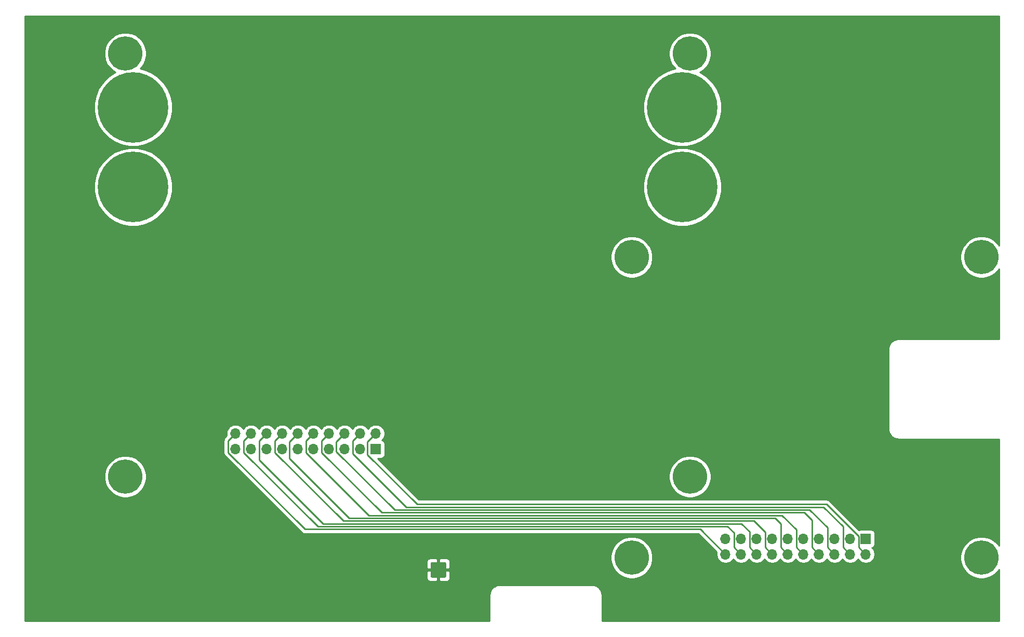
<source format=gbr>
%TF.GenerationSoftware,KiCad,Pcbnew,(5.1.9)-1*%
%TF.CreationDate,2021-09-18T16:00:30+02:00*%
%TF.ProjectId,DDS_mount,4444535f-6d6f-4756-9e74-2e6b69636164,1.1*%
%TF.SameCoordinates,Original*%
%TF.FileFunction,Copper,L2,Bot*%
%TF.FilePolarity,Positive*%
%FSLAX46Y46*%
G04 Gerber Fmt 4.6, Leading zero omitted, Abs format (unit mm)*
G04 Created by KiCad (PCBNEW (5.1.9)-1) date 2021-09-18 16:00:30*
%MOMM*%
%LPD*%
G01*
G04 APERTURE LIST*
%TA.AperFunction,ComponentPad*%
%ADD10C,11.500000*%
%TD*%
%TA.AperFunction,ComponentPad*%
%ADD11C,5.600000*%
%TD*%
%TA.AperFunction,ComponentPad*%
%ADD12O,1.700000X1.700000*%
%TD*%
%TA.AperFunction,ComponentPad*%
%ADD13R,1.700000X1.700000*%
%TD*%
%TA.AperFunction,Conductor*%
%ADD14C,0.250000*%
%TD*%
%TA.AperFunction,Conductor*%
%ADD15C,0.254000*%
%TD*%
%TA.AperFunction,Conductor*%
%ADD16C,0.100000*%
%TD*%
G04 APERTURE END LIST*
D10*
%TO.P,J2,~*%
%TO.N,N/C*%
X157750000Y-78550000D03*
X157750000Y-65550000D03*
X68250000Y-78550000D03*
X68250000Y-65550000D03*
D11*
X159000000Y-125800000D03*
X159000000Y-56800000D03*
X67000000Y-56800000D03*
X67000000Y-125800000D03*
D12*
%TO.P,J2,20*%
%TO.N,Net-(J1-Pad20)*%
X84940000Y-118760000D03*
%TO.P,J2,19*%
%TO.N,Net-(J1-Pad19)*%
X84940000Y-121300000D03*
%TO.P,J2,18*%
%TO.N,Net-(J1-Pad18)*%
X87480000Y-118760000D03*
%TO.P,J2,17*%
%TO.N,Net-(J1-Pad17)*%
X87480000Y-121300000D03*
%TO.P,J2,16*%
%TO.N,Net-(J1-Pad16)*%
X90020000Y-118760000D03*
%TO.P,J2,15*%
%TO.N,Net-(J1-Pad15)*%
X90020000Y-121300000D03*
%TO.P,J2,14*%
%TO.N,Net-(J1-Pad14)*%
X92560000Y-118760000D03*
%TO.P,J2,13*%
%TO.N,Net-(J1-Pad13)*%
X92560000Y-121300000D03*
%TO.P,J2,12*%
%TO.N,Net-(J1-Pad12)*%
X95100000Y-118760000D03*
%TO.P,J2,11*%
%TO.N,Net-(J1-Pad11)*%
X95100000Y-121300000D03*
%TO.P,J2,10*%
%TO.N,Net-(J1-Pad10)*%
X97640000Y-118760000D03*
%TO.P,J2,9*%
%TO.N,Net-(J1-Pad9)*%
X97640000Y-121300000D03*
%TO.P,J2,8*%
%TO.N,Net-(J1-Pad8)*%
X100180000Y-118760000D03*
%TO.P,J2,7*%
%TO.N,Net-(J1-Pad7)*%
X100180000Y-121300000D03*
%TO.P,J2,6*%
%TO.N,Net-(J1-Pad6)*%
X102720000Y-118760000D03*
%TO.P,J2,5*%
%TO.N,Net-(J1-Pad5)*%
X102720000Y-121300000D03*
%TO.P,J2,4*%
%TO.N,Net-(J1-Pad4)*%
X105260000Y-118760000D03*
%TO.P,J2,3*%
%TO.N,Net-(J1-Pad3)*%
X105260000Y-121300000D03*
%TO.P,J2,2*%
%TO.N,Net-(J1-Pad2)*%
X107800000Y-118760000D03*
D13*
%TO.P,J2,1*%
%TO.N,Net-(J1-Pad1)*%
X107800000Y-121300000D03*
%TD*%
D11*
%TO.P,J1,~*%
%TO.N,N/C*%
X206500000Y-90000000D03*
X149500000Y-90000000D03*
X206500000Y-139000000D03*
X149500000Y-139000000D03*
D12*
%TO.P,J1,20*%
%TO.N,Net-(J1-Pad20)*%
X164790000Y-138440000D03*
%TO.P,J1,19*%
%TO.N,Net-(J1-Pad19)*%
X164790000Y-135900000D03*
%TO.P,J1,18*%
%TO.N,Net-(J1-Pad18)*%
X167330000Y-138440000D03*
%TO.P,J1,17*%
%TO.N,Net-(J1-Pad17)*%
X167330000Y-135900000D03*
%TO.P,J1,16*%
%TO.N,Net-(J1-Pad16)*%
X169870000Y-138440000D03*
%TO.P,J1,15*%
%TO.N,Net-(J1-Pad15)*%
X169870000Y-135900000D03*
%TO.P,J1,14*%
%TO.N,Net-(J1-Pad14)*%
X172410000Y-138440000D03*
%TO.P,J1,13*%
%TO.N,Net-(J1-Pad13)*%
X172410000Y-135900000D03*
%TO.P,J1,12*%
%TO.N,Net-(J1-Pad12)*%
X174950000Y-138440000D03*
%TO.P,J1,11*%
%TO.N,Net-(J1-Pad11)*%
X174950000Y-135900000D03*
%TO.P,J1,10*%
%TO.N,Net-(J1-Pad10)*%
X177490000Y-138440000D03*
%TO.P,J1,9*%
%TO.N,Net-(J1-Pad9)*%
X177490000Y-135900000D03*
%TO.P,J1,8*%
%TO.N,Net-(J1-Pad8)*%
X180030000Y-138440000D03*
%TO.P,J1,7*%
%TO.N,Net-(J1-Pad7)*%
X180030000Y-135900000D03*
%TO.P,J1,6*%
%TO.N,Net-(J1-Pad6)*%
X182570000Y-138440000D03*
%TO.P,J1,5*%
%TO.N,Net-(J1-Pad5)*%
X182570000Y-135900000D03*
%TO.P,J1,4*%
%TO.N,Net-(J1-Pad4)*%
X185110000Y-138440000D03*
%TO.P,J1,3*%
%TO.N,Net-(J1-Pad3)*%
X185110000Y-135900000D03*
%TO.P,J1,2*%
%TO.N,Net-(J1-Pad2)*%
X187650000Y-138440000D03*
D13*
%TO.P,J1,1*%
%TO.N,Net-(J1-Pad1)*%
X187650000Y-135900000D03*
%TD*%
%TO.P,J3,1*%
%TO.N,GND*%
%TA.AperFunction,ComponentPad*%
G36*
G01*
X116725000Y-142025001D02*
X116725000Y-139974999D01*
G75*
G02*
X116974999Y-139725000I249999J0D01*
G01*
X119025001Y-139725000D01*
G75*
G02*
X119275000Y-139974999I0J-249999D01*
G01*
X119275000Y-142025001D01*
G75*
G02*
X119025001Y-142275000I-249999J0D01*
G01*
X116974999Y-142275000D01*
G75*
G02*
X116725000Y-142025001I0J249999D01*
G01*
G37*
%TD.AperFunction*%
%TD*%
D14*
%TO.N,Net-(J1-Pad2)*%
X106435001Y-122220003D02*
X114514998Y-130300000D01*
X106435001Y-120124999D02*
X106435001Y-122220003D01*
X107800000Y-118760000D02*
X106435001Y-120124999D01*
X186474999Y-137264999D02*
X187650000Y-138440000D01*
X186474999Y-135525997D02*
X186474999Y-137264999D01*
X181249002Y-130300000D02*
X186474999Y-135525997D01*
X114514998Y-130300000D02*
X181249002Y-130300000D01*
%TO.N,Net-(J1-Pad4)*%
X104084999Y-119935001D02*
X105260000Y-118760000D01*
X104084999Y-122053999D02*
X104084999Y-119935001D01*
X112781010Y-130750010D02*
X104084999Y-122053999D01*
X180750010Y-130750010D02*
X112781010Y-130750010D01*
X183934999Y-133934999D02*
X180750010Y-130750010D01*
X183934999Y-137264999D02*
X183934999Y-133934999D01*
X185110000Y-138440000D02*
X183934999Y-137264999D01*
%TO.N,Net-(J1-Pad6)*%
X101355001Y-121674003D02*
X110881018Y-131200020D01*
X101355001Y-120124999D02*
X101355001Y-121674003D01*
X102720000Y-118760000D02*
X101355001Y-120124999D01*
X110881018Y-131200020D02*
X178500020Y-131200020D01*
X181394999Y-137264999D02*
X182570000Y-138440000D01*
X181394999Y-134094999D02*
X181394999Y-137264999D01*
X178500020Y-131200020D02*
X181394999Y-134094999D01*
%TO.N,Net-(J1-Pad8)*%
X178854999Y-132854999D02*
X177650030Y-131650030D01*
X178854999Y-137264999D02*
X178854999Y-132854999D01*
X180030000Y-138440000D02*
X178854999Y-137264999D01*
X99004999Y-119935001D02*
X100180000Y-118760000D01*
X99004999Y-121864001D02*
X99004999Y-119935001D01*
X108791028Y-131650030D02*
X99004999Y-121864001D01*
X177650030Y-131650030D02*
X108791028Y-131650030D01*
%TO.N,Net-(J1-Pad10)*%
X96464999Y-121864001D02*
X106701038Y-132100040D01*
X96464999Y-119935001D02*
X96464999Y-121864001D01*
X97640000Y-118760000D02*
X96464999Y-119935001D01*
X106701038Y-132100040D02*
X174000040Y-132100040D01*
X176314999Y-137264999D02*
X177490000Y-138440000D01*
X176314999Y-134414999D02*
X176314999Y-137264999D01*
X174000040Y-132100040D02*
X176314999Y-134414999D01*
%TO.N,Net-(J1-Pad12)*%
X173774999Y-133474999D02*
X172850050Y-132550050D01*
X173774999Y-137264999D02*
X173774999Y-133474999D01*
X174950000Y-138440000D02*
X173774999Y-137264999D01*
X172850050Y-132550050D02*
X103450050Y-132550050D01*
X93735001Y-120124999D02*
X95100000Y-118760000D01*
X93735001Y-122835001D02*
X93735001Y-120124999D01*
X103450050Y-132550050D02*
X93735001Y-122835001D01*
%TO.N,Net-(J1-Pad14)*%
X91384999Y-119935001D02*
X91384999Y-121864001D01*
X91384999Y-121864001D02*
X102521058Y-133000060D01*
X92560000Y-118760000D02*
X91384999Y-119935001D01*
X102521058Y-133000060D02*
X169400060Y-133000060D01*
X171234999Y-137264999D02*
X172410000Y-138440000D01*
X171234999Y-134834999D02*
X171234999Y-137264999D01*
X169400060Y-133000060D02*
X171234999Y-134834999D01*
%TO.N,Net-(J1-Pad16)*%
X168694999Y-134794999D02*
X167350070Y-133450070D01*
X168694999Y-137264999D02*
X168694999Y-134794999D01*
X169870000Y-138440000D02*
X168694999Y-137264999D01*
X167350070Y-133450070D02*
X99250070Y-133450070D01*
X88844999Y-119935001D02*
X90020000Y-118760000D01*
X88844999Y-123044999D02*
X88844999Y-119935001D01*
X99250070Y-133450070D02*
X88844999Y-123044999D01*
%TO.N,Net-(J1-Pad18)*%
X86304999Y-121864001D02*
X98341078Y-133900080D01*
X86304999Y-119935001D02*
X86304999Y-121864001D01*
X87480000Y-118760000D02*
X86304999Y-119935001D01*
X98341078Y-133900080D02*
X165100080Y-133900080D01*
X166154999Y-137264999D02*
X167330000Y-138440000D01*
X166154999Y-134954999D02*
X166154999Y-137264999D01*
X165100080Y-133900080D02*
X166154999Y-134954999D01*
%TO.N,Net-(J1-Pad20)*%
X83764999Y-121864001D02*
X96251088Y-134350090D01*
X83764999Y-119935001D02*
X83764999Y-121864001D01*
X84940000Y-118760000D02*
X83764999Y-119935001D01*
X160700090Y-134350090D02*
X164790000Y-138440000D01*
X96251088Y-134350090D02*
X160700090Y-134350090D01*
%TD*%
D15*
%TO.N,GND*%
X209340001Y-88067526D02*
X209168138Y-87810315D01*
X208689685Y-87331862D01*
X208127082Y-86955943D01*
X207501952Y-86697006D01*
X206838318Y-86565000D01*
X206161682Y-86565000D01*
X205498048Y-86697006D01*
X204872918Y-86955943D01*
X204310315Y-87331862D01*
X203831862Y-87810315D01*
X203455943Y-88372918D01*
X203197006Y-88998048D01*
X203065000Y-89661682D01*
X203065000Y-90338318D01*
X203197006Y-91001952D01*
X203455943Y-91627082D01*
X203831862Y-92189685D01*
X204310315Y-92668138D01*
X204872918Y-93044057D01*
X205498048Y-93302994D01*
X206161682Y-93435000D01*
X206838318Y-93435000D01*
X207501952Y-93302994D01*
X208127082Y-93044057D01*
X208689685Y-92668138D01*
X209168138Y-92189685D01*
X209340001Y-91932474D01*
X209340001Y-103340000D01*
X192967581Y-103340000D01*
X192939326Y-103342783D01*
X192933199Y-103342740D01*
X192924028Y-103343640D01*
X192729931Y-103364041D01*
X192671348Y-103376066D01*
X192612577Y-103387277D01*
X192603755Y-103389941D01*
X192417317Y-103447653D01*
X192362162Y-103470838D01*
X192306709Y-103493242D01*
X192298573Y-103497568D01*
X192126896Y-103590393D01*
X192077278Y-103623861D01*
X192027247Y-103656600D01*
X192020106Y-103662424D01*
X191869728Y-103786828D01*
X191827589Y-103829263D01*
X191784839Y-103871126D01*
X191778966Y-103878227D01*
X191655616Y-104029469D01*
X191622534Y-104079262D01*
X191588716Y-104128651D01*
X191584333Y-104136757D01*
X191492708Y-104309079D01*
X191469909Y-104364394D01*
X191446348Y-104419366D01*
X191443623Y-104428169D01*
X191387214Y-104615005D01*
X191375594Y-104673693D01*
X191363158Y-104732196D01*
X191362195Y-104741361D01*
X191343150Y-104935595D01*
X191340000Y-104967582D01*
X191340001Y-118032419D01*
X191342783Y-118060664D01*
X191342740Y-118066801D01*
X191343640Y-118075972D01*
X191364041Y-118270069D01*
X191376068Y-118328658D01*
X191387277Y-118387423D01*
X191389941Y-118396245D01*
X191447653Y-118582683D01*
X191470838Y-118637838D01*
X191493242Y-118693291D01*
X191497568Y-118701427D01*
X191590393Y-118873104D01*
X191623846Y-118922699D01*
X191656600Y-118972753D01*
X191662424Y-118979894D01*
X191786828Y-119130272D01*
X191829263Y-119172411D01*
X191871126Y-119215161D01*
X191878227Y-119221034D01*
X192029469Y-119344384D01*
X192079277Y-119377477D01*
X192128651Y-119411284D01*
X192136757Y-119415667D01*
X192309080Y-119507292D01*
X192364392Y-119530090D01*
X192419366Y-119553652D01*
X192428169Y-119556377D01*
X192615006Y-119612786D01*
X192673686Y-119624405D01*
X192732196Y-119636842D01*
X192741361Y-119637805D01*
X192935594Y-119656850D01*
X192935598Y-119656850D01*
X192967581Y-119660000D01*
X209340000Y-119660000D01*
X209340001Y-137067526D01*
X209168138Y-136810315D01*
X208689685Y-136331862D01*
X208127082Y-135955943D01*
X207501952Y-135697006D01*
X206838318Y-135565000D01*
X206161682Y-135565000D01*
X205498048Y-135697006D01*
X204872918Y-135955943D01*
X204310315Y-136331862D01*
X203831862Y-136810315D01*
X203455943Y-137372918D01*
X203197006Y-137998048D01*
X203065000Y-138661682D01*
X203065000Y-139338318D01*
X203197006Y-140001952D01*
X203455943Y-140627082D01*
X203831862Y-141189685D01*
X204310315Y-141668138D01*
X204872918Y-142044057D01*
X205498048Y-142302994D01*
X206161682Y-142435000D01*
X206838318Y-142435000D01*
X207501952Y-142302994D01*
X208127082Y-142044057D01*
X208689685Y-141668138D01*
X209168138Y-141189685D01*
X209340001Y-140932474D01*
X209340001Y-149340000D01*
X144660000Y-149340000D01*
X144660000Y-145067581D01*
X144657217Y-145039326D01*
X144657260Y-145033199D01*
X144656360Y-145024028D01*
X144635959Y-144829931D01*
X144623934Y-144771348D01*
X144612723Y-144712577D01*
X144610059Y-144703755D01*
X144552347Y-144517317D01*
X144529162Y-144462162D01*
X144506758Y-144406709D01*
X144502432Y-144398573D01*
X144409607Y-144226896D01*
X144376139Y-144177278D01*
X144343400Y-144127247D01*
X144337576Y-144120106D01*
X144213172Y-143969728D01*
X144170737Y-143927589D01*
X144128874Y-143884839D01*
X144121773Y-143878966D01*
X143970531Y-143755616D01*
X143920738Y-143722534D01*
X143871349Y-143688716D01*
X143863243Y-143684333D01*
X143690921Y-143592708D01*
X143635606Y-143569909D01*
X143580634Y-143546348D01*
X143571831Y-143543623D01*
X143384995Y-143487214D01*
X143326307Y-143475594D01*
X143267804Y-143463158D01*
X143258639Y-143462195D01*
X143064405Y-143443150D01*
X143064402Y-143443150D01*
X143032419Y-143440000D01*
X127967581Y-143440000D01*
X127939326Y-143442783D01*
X127933199Y-143442740D01*
X127924028Y-143443640D01*
X127729931Y-143464041D01*
X127671348Y-143476066D01*
X127612577Y-143487277D01*
X127603755Y-143489941D01*
X127417317Y-143547653D01*
X127362162Y-143570838D01*
X127306709Y-143593242D01*
X127298573Y-143597568D01*
X127126896Y-143690393D01*
X127077278Y-143723861D01*
X127027247Y-143756600D01*
X127020106Y-143762424D01*
X126869728Y-143886828D01*
X126827589Y-143929263D01*
X126784839Y-143971126D01*
X126778966Y-143978227D01*
X126655616Y-144129469D01*
X126622534Y-144179262D01*
X126588716Y-144228651D01*
X126584333Y-144236757D01*
X126492708Y-144409079D01*
X126469909Y-144464394D01*
X126446348Y-144519366D01*
X126443623Y-144528169D01*
X126387214Y-144715005D01*
X126375594Y-144773693D01*
X126363158Y-144832196D01*
X126362195Y-144841361D01*
X126343150Y-145035595D01*
X126340000Y-145067582D01*
X126340001Y-149340000D01*
X50660000Y-149340000D01*
X50660000Y-142275000D01*
X116086928Y-142275000D01*
X116099188Y-142399482D01*
X116135498Y-142519180D01*
X116194463Y-142629494D01*
X116273815Y-142726185D01*
X116370506Y-142805537D01*
X116480820Y-142864502D01*
X116600518Y-142900812D01*
X116725000Y-142913072D01*
X117714250Y-142910000D01*
X117873000Y-142751250D01*
X117873000Y-141127000D01*
X118127000Y-141127000D01*
X118127000Y-142751250D01*
X118285750Y-142910000D01*
X119275000Y-142913072D01*
X119399482Y-142900812D01*
X119519180Y-142864502D01*
X119629494Y-142805537D01*
X119726185Y-142726185D01*
X119805537Y-142629494D01*
X119864502Y-142519180D01*
X119900812Y-142399482D01*
X119913072Y-142275000D01*
X119910000Y-141285750D01*
X119751250Y-141127000D01*
X118127000Y-141127000D01*
X117873000Y-141127000D01*
X116248750Y-141127000D01*
X116090000Y-141285750D01*
X116086928Y-142275000D01*
X50660000Y-142275000D01*
X50660000Y-139725000D01*
X116086928Y-139725000D01*
X116090000Y-140714250D01*
X116248750Y-140873000D01*
X117873000Y-140873000D01*
X117873000Y-139248750D01*
X118127000Y-139248750D01*
X118127000Y-140873000D01*
X119751250Y-140873000D01*
X119910000Y-140714250D01*
X119913072Y-139725000D01*
X119900812Y-139600518D01*
X119864502Y-139480820D01*
X119805537Y-139370506D01*
X119726185Y-139273815D01*
X119629494Y-139194463D01*
X119519180Y-139135498D01*
X119399482Y-139099188D01*
X119275000Y-139086928D01*
X118285750Y-139090000D01*
X118127000Y-139248750D01*
X117873000Y-139248750D01*
X117714250Y-139090000D01*
X116725000Y-139086928D01*
X116600518Y-139099188D01*
X116480820Y-139135498D01*
X116370506Y-139194463D01*
X116273815Y-139273815D01*
X116194463Y-139370506D01*
X116135498Y-139480820D01*
X116099188Y-139600518D01*
X116086928Y-139725000D01*
X50660000Y-139725000D01*
X50660000Y-138661682D01*
X146065000Y-138661682D01*
X146065000Y-139338318D01*
X146197006Y-140001952D01*
X146455943Y-140627082D01*
X146831862Y-141189685D01*
X147310315Y-141668138D01*
X147872918Y-142044057D01*
X148498048Y-142302994D01*
X149161682Y-142435000D01*
X149838318Y-142435000D01*
X150501952Y-142302994D01*
X151127082Y-142044057D01*
X151689685Y-141668138D01*
X152168138Y-141189685D01*
X152544057Y-140627082D01*
X152802994Y-140001952D01*
X152935000Y-139338318D01*
X152935000Y-138661682D01*
X152802994Y-137998048D01*
X152544057Y-137372918D01*
X152168138Y-136810315D01*
X151689685Y-136331862D01*
X151127082Y-135955943D01*
X150501952Y-135697006D01*
X149838318Y-135565000D01*
X149161682Y-135565000D01*
X148498048Y-135697006D01*
X147872918Y-135955943D01*
X147310315Y-136331862D01*
X146831862Y-136810315D01*
X146455943Y-137372918D01*
X146197006Y-137998048D01*
X146065000Y-138661682D01*
X50660000Y-138661682D01*
X50660000Y-125461682D01*
X63565000Y-125461682D01*
X63565000Y-126138318D01*
X63697006Y-126801952D01*
X63955943Y-127427082D01*
X64331862Y-127989685D01*
X64810315Y-128468138D01*
X65372918Y-128844057D01*
X65998048Y-129102994D01*
X66661682Y-129235000D01*
X67338318Y-129235000D01*
X68001952Y-129102994D01*
X68627082Y-128844057D01*
X69189685Y-128468138D01*
X69668138Y-127989685D01*
X70044057Y-127427082D01*
X70302994Y-126801952D01*
X70435000Y-126138318D01*
X70435000Y-125461682D01*
X70302994Y-124798048D01*
X70044057Y-124172918D01*
X69668138Y-123610315D01*
X69189685Y-123131862D01*
X68627082Y-122755943D01*
X68001952Y-122497006D01*
X67338318Y-122365000D01*
X66661682Y-122365000D01*
X65998048Y-122497006D01*
X65372918Y-122755943D01*
X64810315Y-123131862D01*
X64331862Y-123610315D01*
X63955943Y-124172918D01*
X63697006Y-124798048D01*
X63565000Y-125461682D01*
X50660000Y-125461682D01*
X50660000Y-119935001D01*
X83001323Y-119935001D01*
X83004999Y-119972324D01*
X83005000Y-121826669D01*
X83001323Y-121864001D01*
X83005000Y-121901333D01*
X83005000Y-121901334D01*
X83007603Y-121927757D01*
X83015997Y-122012986D01*
X83059453Y-122156247D01*
X83130025Y-122288277D01*
X83201200Y-122375003D01*
X83224999Y-122404002D01*
X83253997Y-122427800D01*
X95687293Y-134861098D01*
X95711087Y-134890091D01*
X95740080Y-134913885D01*
X95740084Y-134913889D01*
X95810773Y-134971901D01*
X95826812Y-134985064D01*
X95958841Y-135055636D01*
X96102102Y-135099093D01*
X96213755Y-135110090D01*
X96213764Y-135110090D01*
X96251087Y-135113766D01*
X96288410Y-135110090D01*
X160385289Y-135110090D01*
X163348790Y-138073592D01*
X163305000Y-138293740D01*
X163305000Y-138586260D01*
X163362068Y-138873158D01*
X163474010Y-139143411D01*
X163636525Y-139386632D01*
X163843368Y-139593475D01*
X164086589Y-139755990D01*
X164356842Y-139867932D01*
X164643740Y-139925000D01*
X164936260Y-139925000D01*
X165223158Y-139867932D01*
X165493411Y-139755990D01*
X165736632Y-139593475D01*
X165943475Y-139386632D01*
X166060000Y-139212240D01*
X166176525Y-139386632D01*
X166383368Y-139593475D01*
X166626589Y-139755990D01*
X166896842Y-139867932D01*
X167183740Y-139925000D01*
X167476260Y-139925000D01*
X167763158Y-139867932D01*
X168033411Y-139755990D01*
X168276632Y-139593475D01*
X168483475Y-139386632D01*
X168600000Y-139212240D01*
X168716525Y-139386632D01*
X168923368Y-139593475D01*
X169166589Y-139755990D01*
X169436842Y-139867932D01*
X169723740Y-139925000D01*
X170016260Y-139925000D01*
X170303158Y-139867932D01*
X170573411Y-139755990D01*
X170816632Y-139593475D01*
X171023475Y-139386632D01*
X171140000Y-139212240D01*
X171256525Y-139386632D01*
X171463368Y-139593475D01*
X171706589Y-139755990D01*
X171976842Y-139867932D01*
X172263740Y-139925000D01*
X172556260Y-139925000D01*
X172843158Y-139867932D01*
X173113411Y-139755990D01*
X173356632Y-139593475D01*
X173563475Y-139386632D01*
X173680000Y-139212240D01*
X173796525Y-139386632D01*
X174003368Y-139593475D01*
X174246589Y-139755990D01*
X174516842Y-139867932D01*
X174803740Y-139925000D01*
X175096260Y-139925000D01*
X175383158Y-139867932D01*
X175653411Y-139755990D01*
X175896632Y-139593475D01*
X176103475Y-139386632D01*
X176220000Y-139212240D01*
X176336525Y-139386632D01*
X176543368Y-139593475D01*
X176786589Y-139755990D01*
X177056842Y-139867932D01*
X177343740Y-139925000D01*
X177636260Y-139925000D01*
X177923158Y-139867932D01*
X178193411Y-139755990D01*
X178436632Y-139593475D01*
X178643475Y-139386632D01*
X178760000Y-139212240D01*
X178876525Y-139386632D01*
X179083368Y-139593475D01*
X179326589Y-139755990D01*
X179596842Y-139867932D01*
X179883740Y-139925000D01*
X180176260Y-139925000D01*
X180463158Y-139867932D01*
X180733411Y-139755990D01*
X180976632Y-139593475D01*
X181183475Y-139386632D01*
X181300000Y-139212240D01*
X181416525Y-139386632D01*
X181623368Y-139593475D01*
X181866589Y-139755990D01*
X182136842Y-139867932D01*
X182423740Y-139925000D01*
X182716260Y-139925000D01*
X183003158Y-139867932D01*
X183273411Y-139755990D01*
X183516632Y-139593475D01*
X183723475Y-139386632D01*
X183840000Y-139212240D01*
X183956525Y-139386632D01*
X184163368Y-139593475D01*
X184406589Y-139755990D01*
X184676842Y-139867932D01*
X184963740Y-139925000D01*
X185256260Y-139925000D01*
X185543158Y-139867932D01*
X185813411Y-139755990D01*
X186056632Y-139593475D01*
X186263475Y-139386632D01*
X186380000Y-139212240D01*
X186496525Y-139386632D01*
X186703368Y-139593475D01*
X186946589Y-139755990D01*
X187216842Y-139867932D01*
X187503740Y-139925000D01*
X187796260Y-139925000D01*
X188083158Y-139867932D01*
X188353411Y-139755990D01*
X188596632Y-139593475D01*
X188803475Y-139386632D01*
X188965990Y-139143411D01*
X189077932Y-138873158D01*
X189135000Y-138586260D01*
X189135000Y-138293740D01*
X189077932Y-138006842D01*
X188965990Y-137736589D01*
X188803475Y-137493368D01*
X188671620Y-137361513D01*
X188744180Y-137339502D01*
X188854494Y-137280537D01*
X188951185Y-137201185D01*
X189030537Y-137104494D01*
X189089502Y-136994180D01*
X189125812Y-136874482D01*
X189138072Y-136750000D01*
X189138072Y-135050000D01*
X189125812Y-134925518D01*
X189089502Y-134805820D01*
X189030537Y-134695506D01*
X188951185Y-134598815D01*
X188854494Y-134519463D01*
X188744180Y-134460498D01*
X188624482Y-134424188D01*
X188500000Y-134411928D01*
X186800000Y-134411928D01*
X186675518Y-134424188D01*
X186555820Y-134460498D01*
X186509214Y-134485410D01*
X181812806Y-129789003D01*
X181789003Y-129759999D01*
X181673278Y-129665026D01*
X181541249Y-129594454D01*
X181397988Y-129550997D01*
X181286335Y-129540000D01*
X181286324Y-129540000D01*
X181249002Y-129536324D01*
X181211680Y-129540000D01*
X114829800Y-129540000D01*
X110751482Y-125461682D01*
X155565000Y-125461682D01*
X155565000Y-126138318D01*
X155697006Y-126801952D01*
X155955943Y-127427082D01*
X156331862Y-127989685D01*
X156810315Y-128468138D01*
X157372918Y-128844057D01*
X157998048Y-129102994D01*
X158661682Y-129235000D01*
X159338318Y-129235000D01*
X160001952Y-129102994D01*
X160627082Y-128844057D01*
X161189685Y-128468138D01*
X161668138Y-127989685D01*
X162044057Y-127427082D01*
X162302994Y-126801952D01*
X162435000Y-126138318D01*
X162435000Y-125461682D01*
X162302994Y-124798048D01*
X162044057Y-124172918D01*
X161668138Y-123610315D01*
X161189685Y-123131862D01*
X160627082Y-122755943D01*
X160001952Y-122497006D01*
X159338318Y-122365000D01*
X158661682Y-122365000D01*
X157998048Y-122497006D01*
X157372918Y-122755943D01*
X156810315Y-123131862D01*
X156331862Y-123610315D01*
X155955943Y-124172918D01*
X155697006Y-124798048D01*
X155565000Y-125461682D01*
X110751482Y-125461682D01*
X108077871Y-122788072D01*
X108650000Y-122788072D01*
X108774482Y-122775812D01*
X108894180Y-122739502D01*
X109004494Y-122680537D01*
X109101185Y-122601185D01*
X109180537Y-122504494D01*
X109239502Y-122394180D01*
X109275812Y-122274482D01*
X109288072Y-122150000D01*
X109288072Y-120450000D01*
X109275812Y-120325518D01*
X109239502Y-120205820D01*
X109180537Y-120095506D01*
X109101185Y-119998815D01*
X109004494Y-119919463D01*
X108894180Y-119860498D01*
X108821620Y-119838487D01*
X108953475Y-119706632D01*
X109115990Y-119463411D01*
X109227932Y-119193158D01*
X109285000Y-118906260D01*
X109285000Y-118613740D01*
X109227932Y-118326842D01*
X109115990Y-118056589D01*
X108953475Y-117813368D01*
X108746632Y-117606525D01*
X108503411Y-117444010D01*
X108233158Y-117332068D01*
X107946260Y-117275000D01*
X107653740Y-117275000D01*
X107366842Y-117332068D01*
X107096589Y-117444010D01*
X106853368Y-117606525D01*
X106646525Y-117813368D01*
X106530000Y-117987760D01*
X106413475Y-117813368D01*
X106206632Y-117606525D01*
X105963411Y-117444010D01*
X105693158Y-117332068D01*
X105406260Y-117275000D01*
X105113740Y-117275000D01*
X104826842Y-117332068D01*
X104556589Y-117444010D01*
X104313368Y-117606525D01*
X104106525Y-117813368D01*
X103990000Y-117987760D01*
X103873475Y-117813368D01*
X103666632Y-117606525D01*
X103423411Y-117444010D01*
X103153158Y-117332068D01*
X102866260Y-117275000D01*
X102573740Y-117275000D01*
X102286842Y-117332068D01*
X102016589Y-117444010D01*
X101773368Y-117606525D01*
X101566525Y-117813368D01*
X101450000Y-117987760D01*
X101333475Y-117813368D01*
X101126632Y-117606525D01*
X100883411Y-117444010D01*
X100613158Y-117332068D01*
X100326260Y-117275000D01*
X100033740Y-117275000D01*
X99746842Y-117332068D01*
X99476589Y-117444010D01*
X99233368Y-117606525D01*
X99026525Y-117813368D01*
X98910000Y-117987760D01*
X98793475Y-117813368D01*
X98586632Y-117606525D01*
X98343411Y-117444010D01*
X98073158Y-117332068D01*
X97786260Y-117275000D01*
X97493740Y-117275000D01*
X97206842Y-117332068D01*
X96936589Y-117444010D01*
X96693368Y-117606525D01*
X96486525Y-117813368D01*
X96370000Y-117987760D01*
X96253475Y-117813368D01*
X96046632Y-117606525D01*
X95803411Y-117444010D01*
X95533158Y-117332068D01*
X95246260Y-117275000D01*
X94953740Y-117275000D01*
X94666842Y-117332068D01*
X94396589Y-117444010D01*
X94153368Y-117606525D01*
X93946525Y-117813368D01*
X93830000Y-117987760D01*
X93713475Y-117813368D01*
X93506632Y-117606525D01*
X93263411Y-117444010D01*
X92993158Y-117332068D01*
X92706260Y-117275000D01*
X92413740Y-117275000D01*
X92126842Y-117332068D01*
X91856589Y-117444010D01*
X91613368Y-117606525D01*
X91406525Y-117813368D01*
X91290000Y-117987760D01*
X91173475Y-117813368D01*
X90966632Y-117606525D01*
X90723411Y-117444010D01*
X90453158Y-117332068D01*
X90166260Y-117275000D01*
X89873740Y-117275000D01*
X89586842Y-117332068D01*
X89316589Y-117444010D01*
X89073368Y-117606525D01*
X88866525Y-117813368D01*
X88750000Y-117987760D01*
X88633475Y-117813368D01*
X88426632Y-117606525D01*
X88183411Y-117444010D01*
X87913158Y-117332068D01*
X87626260Y-117275000D01*
X87333740Y-117275000D01*
X87046842Y-117332068D01*
X86776589Y-117444010D01*
X86533368Y-117606525D01*
X86326525Y-117813368D01*
X86210000Y-117987760D01*
X86093475Y-117813368D01*
X85886632Y-117606525D01*
X85643411Y-117444010D01*
X85373158Y-117332068D01*
X85086260Y-117275000D01*
X84793740Y-117275000D01*
X84506842Y-117332068D01*
X84236589Y-117444010D01*
X83993368Y-117606525D01*
X83786525Y-117813368D01*
X83624010Y-118056589D01*
X83512068Y-118326842D01*
X83455000Y-118613740D01*
X83455000Y-118906260D01*
X83498791Y-119126408D01*
X83254002Y-119371197D01*
X83224998Y-119395000D01*
X83169870Y-119462175D01*
X83130025Y-119510725D01*
X83075472Y-119612786D01*
X83059453Y-119642755D01*
X83015996Y-119786016D01*
X83004999Y-119897669D01*
X83004999Y-119897679D01*
X83001323Y-119935001D01*
X50660000Y-119935001D01*
X50660000Y-89661682D01*
X146065000Y-89661682D01*
X146065000Y-90338318D01*
X146197006Y-91001952D01*
X146455943Y-91627082D01*
X146831862Y-92189685D01*
X147310315Y-92668138D01*
X147872918Y-93044057D01*
X148498048Y-93302994D01*
X149161682Y-93435000D01*
X149838318Y-93435000D01*
X150501952Y-93302994D01*
X151127082Y-93044057D01*
X151689685Y-92668138D01*
X152168138Y-92189685D01*
X152544057Y-91627082D01*
X152802994Y-91001952D01*
X152935000Y-90338318D01*
X152935000Y-89661682D01*
X152802994Y-88998048D01*
X152544057Y-88372918D01*
X152168138Y-87810315D01*
X151689685Y-87331862D01*
X151127082Y-86955943D01*
X150501952Y-86697006D01*
X149838318Y-86565000D01*
X149161682Y-86565000D01*
X148498048Y-86697006D01*
X147872918Y-86955943D01*
X147310315Y-87331862D01*
X146831862Y-87810315D01*
X146455943Y-88372918D01*
X146197006Y-88998048D01*
X146065000Y-89661682D01*
X50660000Y-89661682D01*
X50660000Y-77921132D01*
X61865000Y-77921132D01*
X61865000Y-79178868D01*
X62110372Y-80412436D01*
X62591687Y-81574431D01*
X63290447Y-82620200D01*
X64179800Y-83509553D01*
X65225569Y-84208313D01*
X66387564Y-84689628D01*
X67621132Y-84935000D01*
X68878868Y-84935000D01*
X70112436Y-84689628D01*
X71274431Y-84208313D01*
X72320200Y-83509553D01*
X73209553Y-82620200D01*
X73908313Y-81574431D01*
X74389628Y-80412436D01*
X74635000Y-79178868D01*
X74635000Y-77921132D01*
X151365000Y-77921132D01*
X151365000Y-79178868D01*
X151610372Y-80412436D01*
X152091687Y-81574431D01*
X152790447Y-82620200D01*
X153679800Y-83509553D01*
X154725569Y-84208313D01*
X155887564Y-84689628D01*
X157121132Y-84935000D01*
X158378868Y-84935000D01*
X159612436Y-84689628D01*
X160774431Y-84208313D01*
X161820200Y-83509553D01*
X162709553Y-82620200D01*
X163408313Y-81574431D01*
X163889628Y-80412436D01*
X164135000Y-79178868D01*
X164135000Y-77921132D01*
X163889628Y-76687564D01*
X163408313Y-75525569D01*
X162709553Y-74479800D01*
X161820200Y-73590447D01*
X160774431Y-72891687D01*
X159612436Y-72410372D01*
X158378868Y-72165000D01*
X157121132Y-72165000D01*
X155887564Y-72410372D01*
X154725569Y-72891687D01*
X153679800Y-73590447D01*
X152790447Y-74479800D01*
X152091687Y-75525569D01*
X151610372Y-76687564D01*
X151365000Y-77921132D01*
X74635000Y-77921132D01*
X74389628Y-76687564D01*
X73908313Y-75525569D01*
X73209553Y-74479800D01*
X72320200Y-73590447D01*
X71274431Y-72891687D01*
X70112436Y-72410372D01*
X68878868Y-72165000D01*
X67621132Y-72165000D01*
X66387564Y-72410372D01*
X65225569Y-72891687D01*
X64179800Y-73590447D01*
X63290447Y-74479800D01*
X62591687Y-75525569D01*
X62110372Y-76687564D01*
X61865000Y-77921132D01*
X50660000Y-77921132D01*
X50660000Y-64921132D01*
X61865000Y-64921132D01*
X61865000Y-66178868D01*
X62110372Y-67412436D01*
X62591687Y-68574431D01*
X63290447Y-69620200D01*
X64179800Y-70509553D01*
X65225569Y-71208313D01*
X66387564Y-71689628D01*
X67621132Y-71935000D01*
X68878868Y-71935000D01*
X70112436Y-71689628D01*
X71274431Y-71208313D01*
X72320200Y-70509553D01*
X73209553Y-69620200D01*
X73908313Y-68574431D01*
X74389628Y-67412436D01*
X74635000Y-66178868D01*
X74635000Y-64921132D01*
X151365000Y-64921132D01*
X151365000Y-66178868D01*
X151610372Y-67412436D01*
X152091687Y-68574431D01*
X152790447Y-69620200D01*
X153679800Y-70509553D01*
X154725569Y-71208313D01*
X155887564Y-71689628D01*
X157121132Y-71935000D01*
X158378868Y-71935000D01*
X159612436Y-71689628D01*
X160774431Y-71208313D01*
X161820200Y-70509553D01*
X162709553Y-69620200D01*
X163408313Y-68574431D01*
X163889628Y-67412436D01*
X164135000Y-66178868D01*
X164135000Y-64921132D01*
X163889628Y-63687564D01*
X163408313Y-62525569D01*
X162709553Y-61479800D01*
X161820200Y-60590447D01*
X160774431Y-59891687D01*
X160639466Y-59835782D01*
X161189685Y-59468138D01*
X161668138Y-58989685D01*
X162044057Y-58427082D01*
X162302994Y-57801952D01*
X162435000Y-57138318D01*
X162435000Y-56461682D01*
X162302994Y-55798048D01*
X162044057Y-55172918D01*
X161668138Y-54610315D01*
X161189685Y-54131862D01*
X160627082Y-53755943D01*
X160001952Y-53497006D01*
X159338318Y-53365000D01*
X158661682Y-53365000D01*
X157998048Y-53497006D01*
X157372918Y-53755943D01*
X156810315Y-54131862D01*
X156331862Y-54610315D01*
X155955943Y-55172918D01*
X155697006Y-55798048D01*
X155565000Y-56461682D01*
X155565000Y-57138318D01*
X155697006Y-57801952D01*
X155955943Y-58427082D01*
X156331862Y-58989685D01*
X156609039Y-59266862D01*
X155887564Y-59410372D01*
X154725569Y-59891687D01*
X153679800Y-60590447D01*
X152790447Y-61479800D01*
X152091687Y-62525569D01*
X151610372Y-63687564D01*
X151365000Y-64921132D01*
X74635000Y-64921132D01*
X74389628Y-63687564D01*
X73908313Y-62525569D01*
X73209553Y-61479800D01*
X72320200Y-60590447D01*
X71274431Y-59891687D01*
X70112436Y-59410372D01*
X69390961Y-59266862D01*
X69668138Y-58989685D01*
X70044057Y-58427082D01*
X70302994Y-57801952D01*
X70435000Y-57138318D01*
X70435000Y-56461682D01*
X70302994Y-55798048D01*
X70044057Y-55172918D01*
X69668138Y-54610315D01*
X69189685Y-54131862D01*
X68627082Y-53755943D01*
X68001952Y-53497006D01*
X67338318Y-53365000D01*
X66661682Y-53365000D01*
X65998048Y-53497006D01*
X65372918Y-53755943D01*
X64810315Y-54131862D01*
X64331862Y-54610315D01*
X63955943Y-55172918D01*
X63697006Y-55798048D01*
X63565000Y-56461682D01*
X63565000Y-57138318D01*
X63697006Y-57801952D01*
X63955943Y-58427082D01*
X64331862Y-58989685D01*
X64810315Y-59468138D01*
X65360534Y-59835782D01*
X65225569Y-59891687D01*
X64179800Y-60590447D01*
X63290447Y-61479800D01*
X62591687Y-62525569D01*
X62110372Y-63687564D01*
X61865000Y-64921132D01*
X50660000Y-64921132D01*
X50660000Y-50660000D01*
X209340000Y-50660000D01*
X209340001Y-88067526D01*
%TA.AperFunction,Conductor*%
D16*
G36*
X209340001Y-88067526D02*
G01*
X209168138Y-87810315D01*
X208689685Y-87331862D01*
X208127082Y-86955943D01*
X207501952Y-86697006D01*
X206838318Y-86565000D01*
X206161682Y-86565000D01*
X205498048Y-86697006D01*
X204872918Y-86955943D01*
X204310315Y-87331862D01*
X203831862Y-87810315D01*
X203455943Y-88372918D01*
X203197006Y-88998048D01*
X203065000Y-89661682D01*
X203065000Y-90338318D01*
X203197006Y-91001952D01*
X203455943Y-91627082D01*
X203831862Y-92189685D01*
X204310315Y-92668138D01*
X204872918Y-93044057D01*
X205498048Y-93302994D01*
X206161682Y-93435000D01*
X206838318Y-93435000D01*
X207501952Y-93302994D01*
X208127082Y-93044057D01*
X208689685Y-92668138D01*
X209168138Y-92189685D01*
X209340001Y-91932474D01*
X209340001Y-103340000D01*
X192967581Y-103340000D01*
X192939326Y-103342783D01*
X192933199Y-103342740D01*
X192924028Y-103343640D01*
X192729931Y-103364041D01*
X192671348Y-103376066D01*
X192612577Y-103387277D01*
X192603755Y-103389941D01*
X192417317Y-103447653D01*
X192362162Y-103470838D01*
X192306709Y-103493242D01*
X192298573Y-103497568D01*
X192126896Y-103590393D01*
X192077278Y-103623861D01*
X192027247Y-103656600D01*
X192020106Y-103662424D01*
X191869728Y-103786828D01*
X191827589Y-103829263D01*
X191784839Y-103871126D01*
X191778966Y-103878227D01*
X191655616Y-104029469D01*
X191622534Y-104079262D01*
X191588716Y-104128651D01*
X191584333Y-104136757D01*
X191492708Y-104309079D01*
X191469909Y-104364394D01*
X191446348Y-104419366D01*
X191443623Y-104428169D01*
X191387214Y-104615005D01*
X191375594Y-104673693D01*
X191363158Y-104732196D01*
X191362195Y-104741361D01*
X191343150Y-104935595D01*
X191340000Y-104967582D01*
X191340001Y-118032419D01*
X191342783Y-118060664D01*
X191342740Y-118066801D01*
X191343640Y-118075972D01*
X191364041Y-118270069D01*
X191376068Y-118328658D01*
X191387277Y-118387423D01*
X191389941Y-118396245D01*
X191447653Y-118582683D01*
X191470838Y-118637838D01*
X191493242Y-118693291D01*
X191497568Y-118701427D01*
X191590393Y-118873104D01*
X191623846Y-118922699D01*
X191656600Y-118972753D01*
X191662424Y-118979894D01*
X191786828Y-119130272D01*
X191829263Y-119172411D01*
X191871126Y-119215161D01*
X191878227Y-119221034D01*
X192029469Y-119344384D01*
X192079277Y-119377477D01*
X192128651Y-119411284D01*
X192136757Y-119415667D01*
X192309080Y-119507292D01*
X192364392Y-119530090D01*
X192419366Y-119553652D01*
X192428169Y-119556377D01*
X192615006Y-119612786D01*
X192673686Y-119624405D01*
X192732196Y-119636842D01*
X192741361Y-119637805D01*
X192935594Y-119656850D01*
X192935598Y-119656850D01*
X192967581Y-119660000D01*
X209340000Y-119660000D01*
X209340001Y-137067526D01*
X209168138Y-136810315D01*
X208689685Y-136331862D01*
X208127082Y-135955943D01*
X207501952Y-135697006D01*
X206838318Y-135565000D01*
X206161682Y-135565000D01*
X205498048Y-135697006D01*
X204872918Y-135955943D01*
X204310315Y-136331862D01*
X203831862Y-136810315D01*
X203455943Y-137372918D01*
X203197006Y-137998048D01*
X203065000Y-138661682D01*
X203065000Y-139338318D01*
X203197006Y-140001952D01*
X203455943Y-140627082D01*
X203831862Y-141189685D01*
X204310315Y-141668138D01*
X204872918Y-142044057D01*
X205498048Y-142302994D01*
X206161682Y-142435000D01*
X206838318Y-142435000D01*
X207501952Y-142302994D01*
X208127082Y-142044057D01*
X208689685Y-141668138D01*
X209168138Y-141189685D01*
X209340001Y-140932474D01*
X209340001Y-149340000D01*
X144660000Y-149340000D01*
X144660000Y-145067581D01*
X144657217Y-145039326D01*
X144657260Y-145033199D01*
X144656360Y-145024028D01*
X144635959Y-144829931D01*
X144623934Y-144771348D01*
X144612723Y-144712577D01*
X144610059Y-144703755D01*
X144552347Y-144517317D01*
X144529162Y-144462162D01*
X144506758Y-144406709D01*
X144502432Y-144398573D01*
X144409607Y-144226896D01*
X144376139Y-144177278D01*
X144343400Y-144127247D01*
X144337576Y-144120106D01*
X144213172Y-143969728D01*
X144170737Y-143927589D01*
X144128874Y-143884839D01*
X144121773Y-143878966D01*
X143970531Y-143755616D01*
X143920738Y-143722534D01*
X143871349Y-143688716D01*
X143863243Y-143684333D01*
X143690921Y-143592708D01*
X143635606Y-143569909D01*
X143580634Y-143546348D01*
X143571831Y-143543623D01*
X143384995Y-143487214D01*
X143326307Y-143475594D01*
X143267804Y-143463158D01*
X143258639Y-143462195D01*
X143064405Y-143443150D01*
X143064402Y-143443150D01*
X143032419Y-143440000D01*
X127967581Y-143440000D01*
X127939326Y-143442783D01*
X127933199Y-143442740D01*
X127924028Y-143443640D01*
X127729931Y-143464041D01*
X127671348Y-143476066D01*
X127612577Y-143487277D01*
X127603755Y-143489941D01*
X127417317Y-143547653D01*
X127362162Y-143570838D01*
X127306709Y-143593242D01*
X127298573Y-143597568D01*
X127126896Y-143690393D01*
X127077278Y-143723861D01*
X127027247Y-143756600D01*
X127020106Y-143762424D01*
X126869728Y-143886828D01*
X126827589Y-143929263D01*
X126784839Y-143971126D01*
X126778966Y-143978227D01*
X126655616Y-144129469D01*
X126622534Y-144179262D01*
X126588716Y-144228651D01*
X126584333Y-144236757D01*
X126492708Y-144409079D01*
X126469909Y-144464394D01*
X126446348Y-144519366D01*
X126443623Y-144528169D01*
X126387214Y-144715005D01*
X126375594Y-144773693D01*
X126363158Y-144832196D01*
X126362195Y-144841361D01*
X126343150Y-145035595D01*
X126340000Y-145067582D01*
X126340001Y-149340000D01*
X50660000Y-149340000D01*
X50660000Y-142275000D01*
X116086928Y-142275000D01*
X116099188Y-142399482D01*
X116135498Y-142519180D01*
X116194463Y-142629494D01*
X116273815Y-142726185D01*
X116370506Y-142805537D01*
X116480820Y-142864502D01*
X116600518Y-142900812D01*
X116725000Y-142913072D01*
X117714250Y-142910000D01*
X117873000Y-142751250D01*
X117873000Y-141127000D01*
X118127000Y-141127000D01*
X118127000Y-142751250D01*
X118285750Y-142910000D01*
X119275000Y-142913072D01*
X119399482Y-142900812D01*
X119519180Y-142864502D01*
X119629494Y-142805537D01*
X119726185Y-142726185D01*
X119805537Y-142629494D01*
X119864502Y-142519180D01*
X119900812Y-142399482D01*
X119913072Y-142275000D01*
X119910000Y-141285750D01*
X119751250Y-141127000D01*
X118127000Y-141127000D01*
X117873000Y-141127000D01*
X116248750Y-141127000D01*
X116090000Y-141285750D01*
X116086928Y-142275000D01*
X50660000Y-142275000D01*
X50660000Y-139725000D01*
X116086928Y-139725000D01*
X116090000Y-140714250D01*
X116248750Y-140873000D01*
X117873000Y-140873000D01*
X117873000Y-139248750D01*
X118127000Y-139248750D01*
X118127000Y-140873000D01*
X119751250Y-140873000D01*
X119910000Y-140714250D01*
X119913072Y-139725000D01*
X119900812Y-139600518D01*
X119864502Y-139480820D01*
X119805537Y-139370506D01*
X119726185Y-139273815D01*
X119629494Y-139194463D01*
X119519180Y-139135498D01*
X119399482Y-139099188D01*
X119275000Y-139086928D01*
X118285750Y-139090000D01*
X118127000Y-139248750D01*
X117873000Y-139248750D01*
X117714250Y-139090000D01*
X116725000Y-139086928D01*
X116600518Y-139099188D01*
X116480820Y-139135498D01*
X116370506Y-139194463D01*
X116273815Y-139273815D01*
X116194463Y-139370506D01*
X116135498Y-139480820D01*
X116099188Y-139600518D01*
X116086928Y-139725000D01*
X50660000Y-139725000D01*
X50660000Y-138661682D01*
X146065000Y-138661682D01*
X146065000Y-139338318D01*
X146197006Y-140001952D01*
X146455943Y-140627082D01*
X146831862Y-141189685D01*
X147310315Y-141668138D01*
X147872918Y-142044057D01*
X148498048Y-142302994D01*
X149161682Y-142435000D01*
X149838318Y-142435000D01*
X150501952Y-142302994D01*
X151127082Y-142044057D01*
X151689685Y-141668138D01*
X152168138Y-141189685D01*
X152544057Y-140627082D01*
X152802994Y-140001952D01*
X152935000Y-139338318D01*
X152935000Y-138661682D01*
X152802994Y-137998048D01*
X152544057Y-137372918D01*
X152168138Y-136810315D01*
X151689685Y-136331862D01*
X151127082Y-135955943D01*
X150501952Y-135697006D01*
X149838318Y-135565000D01*
X149161682Y-135565000D01*
X148498048Y-135697006D01*
X147872918Y-135955943D01*
X147310315Y-136331862D01*
X146831862Y-136810315D01*
X146455943Y-137372918D01*
X146197006Y-137998048D01*
X146065000Y-138661682D01*
X50660000Y-138661682D01*
X50660000Y-125461682D01*
X63565000Y-125461682D01*
X63565000Y-126138318D01*
X63697006Y-126801952D01*
X63955943Y-127427082D01*
X64331862Y-127989685D01*
X64810315Y-128468138D01*
X65372918Y-128844057D01*
X65998048Y-129102994D01*
X66661682Y-129235000D01*
X67338318Y-129235000D01*
X68001952Y-129102994D01*
X68627082Y-128844057D01*
X69189685Y-128468138D01*
X69668138Y-127989685D01*
X70044057Y-127427082D01*
X70302994Y-126801952D01*
X70435000Y-126138318D01*
X70435000Y-125461682D01*
X70302994Y-124798048D01*
X70044057Y-124172918D01*
X69668138Y-123610315D01*
X69189685Y-123131862D01*
X68627082Y-122755943D01*
X68001952Y-122497006D01*
X67338318Y-122365000D01*
X66661682Y-122365000D01*
X65998048Y-122497006D01*
X65372918Y-122755943D01*
X64810315Y-123131862D01*
X64331862Y-123610315D01*
X63955943Y-124172918D01*
X63697006Y-124798048D01*
X63565000Y-125461682D01*
X50660000Y-125461682D01*
X50660000Y-119935001D01*
X83001323Y-119935001D01*
X83004999Y-119972324D01*
X83005000Y-121826669D01*
X83001323Y-121864001D01*
X83005000Y-121901333D01*
X83005000Y-121901334D01*
X83007603Y-121927757D01*
X83015997Y-122012986D01*
X83059453Y-122156247D01*
X83130025Y-122288277D01*
X83201200Y-122375003D01*
X83224999Y-122404002D01*
X83253997Y-122427800D01*
X95687293Y-134861098D01*
X95711087Y-134890091D01*
X95740080Y-134913885D01*
X95740084Y-134913889D01*
X95810773Y-134971901D01*
X95826812Y-134985064D01*
X95958841Y-135055636D01*
X96102102Y-135099093D01*
X96213755Y-135110090D01*
X96213764Y-135110090D01*
X96251087Y-135113766D01*
X96288410Y-135110090D01*
X160385289Y-135110090D01*
X163348790Y-138073592D01*
X163305000Y-138293740D01*
X163305000Y-138586260D01*
X163362068Y-138873158D01*
X163474010Y-139143411D01*
X163636525Y-139386632D01*
X163843368Y-139593475D01*
X164086589Y-139755990D01*
X164356842Y-139867932D01*
X164643740Y-139925000D01*
X164936260Y-139925000D01*
X165223158Y-139867932D01*
X165493411Y-139755990D01*
X165736632Y-139593475D01*
X165943475Y-139386632D01*
X166060000Y-139212240D01*
X166176525Y-139386632D01*
X166383368Y-139593475D01*
X166626589Y-139755990D01*
X166896842Y-139867932D01*
X167183740Y-139925000D01*
X167476260Y-139925000D01*
X167763158Y-139867932D01*
X168033411Y-139755990D01*
X168276632Y-139593475D01*
X168483475Y-139386632D01*
X168600000Y-139212240D01*
X168716525Y-139386632D01*
X168923368Y-139593475D01*
X169166589Y-139755990D01*
X169436842Y-139867932D01*
X169723740Y-139925000D01*
X170016260Y-139925000D01*
X170303158Y-139867932D01*
X170573411Y-139755990D01*
X170816632Y-139593475D01*
X171023475Y-139386632D01*
X171140000Y-139212240D01*
X171256525Y-139386632D01*
X171463368Y-139593475D01*
X171706589Y-139755990D01*
X171976842Y-139867932D01*
X172263740Y-139925000D01*
X172556260Y-139925000D01*
X172843158Y-139867932D01*
X173113411Y-139755990D01*
X173356632Y-139593475D01*
X173563475Y-139386632D01*
X173680000Y-139212240D01*
X173796525Y-139386632D01*
X174003368Y-139593475D01*
X174246589Y-139755990D01*
X174516842Y-139867932D01*
X174803740Y-139925000D01*
X175096260Y-139925000D01*
X175383158Y-139867932D01*
X175653411Y-139755990D01*
X175896632Y-139593475D01*
X176103475Y-139386632D01*
X176220000Y-139212240D01*
X176336525Y-139386632D01*
X176543368Y-139593475D01*
X176786589Y-139755990D01*
X177056842Y-139867932D01*
X177343740Y-139925000D01*
X177636260Y-139925000D01*
X177923158Y-139867932D01*
X178193411Y-139755990D01*
X178436632Y-139593475D01*
X178643475Y-139386632D01*
X178760000Y-139212240D01*
X178876525Y-139386632D01*
X179083368Y-139593475D01*
X179326589Y-139755990D01*
X179596842Y-139867932D01*
X179883740Y-139925000D01*
X180176260Y-139925000D01*
X180463158Y-139867932D01*
X180733411Y-139755990D01*
X180976632Y-139593475D01*
X181183475Y-139386632D01*
X181300000Y-139212240D01*
X181416525Y-139386632D01*
X181623368Y-139593475D01*
X181866589Y-139755990D01*
X182136842Y-139867932D01*
X182423740Y-139925000D01*
X182716260Y-139925000D01*
X183003158Y-139867932D01*
X183273411Y-139755990D01*
X183516632Y-139593475D01*
X183723475Y-139386632D01*
X183840000Y-139212240D01*
X183956525Y-139386632D01*
X184163368Y-139593475D01*
X184406589Y-139755990D01*
X184676842Y-139867932D01*
X184963740Y-139925000D01*
X185256260Y-139925000D01*
X185543158Y-139867932D01*
X185813411Y-139755990D01*
X186056632Y-139593475D01*
X186263475Y-139386632D01*
X186380000Y-139212240D01*
X186496525Y-139386632D01*
X186703368Y-139593475D01*
X186946589Y-139755990D01*
X187216842Y-139867932D01*
X187503740Y-139925000D01*
X187796260Y-139925000D01*
X188083158Y-139867932D01*
X188353411Y-139755990D01*
X188596632Y-139593475D01*
X188803475Y-139386632D01*
X188965990Y-139143411D01*
X189077932Y-138873158D01*
X189135000Y-138586260D01*
X189135000Y-138293740D01*
X189077932Y-138006842D01*
X188965990Y-137736589D01*
X188803475Y-137493368D01*
X188671620Y-137361513D01*
X188744180Y-137339502D01*
X188854494Y-137280537D01*
X188951185Y-137201185D01*
X189030537Y-137104494D01*
X189089502Y-136994180D01*
X189125812Y-136874482D01*
X189138072Y-136750000D01*
X189138072Y-135050000D01*
X189125812Y-134925518D01*
X189089502Y-134805820D01*
X189030537Y-134695506D01*
X188951185Y-134598815D01*
X188854494Y-134519463D01*
X188744180Y-134460498D01*
X188624482Y-134424188D01*
X188500000Y-134411928D01*
X186800000Y-134411928D01*
X186675518Y-134424188D01*
X186555820Y-134460498D01*
X186509214Y-134485410D01*
X181812806Y-129789003D01*
X181789003Y-129759999D01*
X181673278Y-129665026D01*
X181541249Y-129594454D01*
X181397988Y-129550997D01*
X181286335Y-129540000D01*
X181286324Y-129540000D01*
X181249002Y-129536324D01*
X181211680Y-129540000D01*
X114829800Y-129540000D01*
X110751482Y-125461682D01*
X155565000Y-125461682D01*
X155565000Y-126138318D01*
X155697006Y-126801952D01*
X155955943Y-127427082D01*
X156331862Y-127989685D01*
X156810315Y-128468138D01*
X157372918Y-128844057D01*
X157998048Y-129102994D01*
X158661682Y-129235000D01*
X159338318Y-129235000D01*
X160001952Y-129102994D01*
X160627082Y-128844057D01*
X161189685Y-128468138D01*
X161668138Y-127989685D01*
X162044057Y-127427082D01*
X162302994Y-126801952D01*
X162435000Y-126138318D01*
X162435000Y-125461682D01*
X162302994Y-124798048D01*
X162044057Y-124172918D01*
X161668138Y-123610315D01*
X161189685Y-123131862D01*
X160627082Y-122755943D01*
X160001952Y-122497006D01*
X159338318Y-122365000D01*
X158661682Y-122365000D01*
X157998048Y-122497006D01*
X157372918Y-122755943D01*
X156810315Y-123131862D01*
X156331862Y-123610315D01*
X155955943Y-124172918D01*
X155697006Y-124798048D01*
X155565000Y-125461682D01*
X110751482Y-125461682D01*
X108077871Y-122788072D01*
X108650000Y-122788072D01*
X108774482Y-122775812D01*
X108894180Y-122739502D01*
X109004494Y-122680537D01*
X109101185Y-122601185D01*
X109180537Y-122504494D01*
X109239502Y-122394180D01*
X109275812Y-122274482D01*
X109288072Y-122150000D01*
X109288072Y-120450000D01*
X109275812Y-120325518D01*
X109239502Y-120205820D01*
X109180537Y-120095506D01*
X109101185Y-119998815D01*
X109004494Y-119919463D01*
X108894180Y-119860498D01*
X108821620Y-119838487D01*
X108953475Y-119706632D01*
X109115990Y-119463411D01*
X109227932Y-119193158D01*
X109285000Y-118906260D01*
X109285000Y-118613740D01*
X109227932Y-118326842D01*
X109115990Y-118056589D01*
X108953475Y-117813368D01*
X108746632Y-117606525D01*
X108503411Y-117444010D01*
X108233158Y-117332068D01*
X107946260Y-117275000D01*
X107653740Y-117275000D01*
X107366842Y-117332068D01*
X107096589Y-117444010D01*
X106853368Y-117606525D01*
X106646525Y-117813368D01*
X106530000Y-117987760D01*
X106413475Y-117813368D01*
X106206632Y-117606525D01*
X105963411Y-117444010D01*
X105693158Y-117332068D01*
X105406260Y-117275000D01*
X105113740Y-117275000D01*
X104826842Y-117332068D01*
X104556589Y-117444010D01*
X104313368Y-117606525D01*
X104106525Y-117813368D01*
X103990000Y-117987760D01*
X103873475Y-117813368D01*
X103666632Y-117606525D01*
X103423411Y-117444010D01*
X103153158Y-117332068D01*
X102866260Y-117275000D01*
X102573740Y-117275000D01*
X102286842Y-117332068D01*
X102016589Y-117444010D01*
X101773368Y-117606525D01*
X101566525Y-117813368D01*
X101450000Y-117987760D01*
X101333475Y-117813368D01*
X101126632Y-117606525D01*
X100883411Y-117444010D01*
X100613158Y-117332068D01*
X100326260Y-117275000D01*
X100033740Y-117275000D01*
X99746842Y-117332068D01*
X99476589Y-117444010D01*
X99233368Y-117606525D01*
X99026525Y-117813368D01*
X98910000Y-117987760D01*
X98793475Y-117813368D01*
X98586632Y-117606525D01*
X98343411Y-117444010D01*
X98073158Y-117332068D01*
X97786260Y-117275000D01*
X97493740Y-117275000D01*
X97206842Y-117332068D01*
X96936589Y-117444010D01*
X96693368Y-117606525D01*
X96486525Y-117813368D01*
X96370000Y-117987760D01*
X96253475Y-117813368D01*
X96046632Y-117606525D01*
X95803411Y-117444010D01*
X95533158Y-117332068D01*
X95246260Y-117275000D01*
X94953740Y-117275000D01*
X94666842Y-117332068D01*
X94396589Y-117444010D01*
X94153368Y-117606525D01*
X93946525Y-117813368D01*
X93830000Y-117987760D01*
X93713475Y-117813368D01*
X93506632Y-117606525D01*
X93263411Y-117444010D01*
X92993158Y-117332068D01*
X92706260Y-117275000D01*
X92413740Y-117275000D01*
X92126842Y-117332068D01*
X91856589Y-117444010D01*
X91613368Y-117606525D01*
X91406525Y-117813368D01*
X91290000Y-117987760D01*
X91173475Y-117813368D01*
X90966632Y-117606525D01*
X90723411Y-117444010D01*
X90453158Y-117332068D01*
X90166260Y-117275000D01*
X89873740Y-117275000D01*
X89586842Y-117332068D01*
X89316589Y-117444010D01*
X89073368Y-117606525D01*
X88866525Y-117813368D01*
X88750000Y-117987760D01*
X88633475Y-117813368D01*
X88426632Y-117606525D01*
X88183411Y-117444010D01*
X87913158Y-117332068D01*
X87626260Y-117275000D01*
X87333740Y-117275000D01*
X87046842Y-117332068D01*
X86776589Y-117444010D01*
X86533368Y-117606525D01*
X86326525Y-117813368D01*
X86210000Y-117987760D01*
X86093475Y-117813368D01*
X85886632Y-117606525D01*
X85643411Y-117444010D01*
X85373158Y-117332068D01*
X85086260Y-117275000D01*
X84793740Y-117275000D01*
X84506842Y-117332068D01*
X84236589Y-117444010D01*
X83993368Y-117606525D01*
X83786525Y-117813368D01*
X83624010Y-118056589D01*
X83512068Y-118326842D01*
X83455000Y-118613740D01*
X83455000Y-118906260D01*
X83498791Y-119126408D01*
X83254002Y-119371197D01*
X83224998Y-119395000D01*
X83169870Y-119462175D01*
X83130025Y-119510725D01*
X83075472Y-119612786D01*
X83059453Y-119642755D01*
X83015996Y-119786016D01*
X83004999Y-119897669D01*
X83004999Y-119897679D01*
X83001323Y-119935001D01*
X50660000Y-119935001D01*
X50660000Y-89661682D01*
X146065000Y-89661682D01*
X146065000Y-90338318D01*
X146197006Y-91001952D01*
X146455943Y-91627082D01*
X146831862Y-92189685D01*
X147310315Y-92668138D01*
X147872918Y-93044057D01*
X148498048Y-93302994D01*
X149161682Y-93435000D01*
X149838318Y-93435000D01*
X150501952Y-93302994D01*
X151127082Y-93044057D01*
X151689685Y-92668138D01*
X152168138Y-92189685D01*
X152544057Y-91627082D01*
X152802994Y-91001952D01*
X152935000Y-90338318D01*
X152935000Y-89661682D01*
X152802994Y-88998048D01*
X152544057Y-88372918D01*
X152168138Y-87810315D01*
X151689685Y-87331862D01*
X151127082Y-86955943D01*
X150501952Y-86697006D01*
X149838318Y-86565000D01*
X149161682Y-86565000D01*
X148498048Y-86697006D01*
X147872918Y-86955943D01*
X147310315Y-87331862D01*
X146831862Y-87810315D01*
X146455943Y-88372918D01*
X146197006Y-88998048D01*
X146065000Y-89661682D01*
X50660000Y-89661682D01*
X50660000Y-77921132D01*
X61865000Y-77921132D01*
X61865000Y-79178868D01*
X62110372Y-80412436D01*
X62591687Y-81574431D01*
X63290447Y-82620200D01*
X64179800Y-83509553D01*
X65225569Y-84208313D01*
X66387564Y-84689628D01*
X67621132Y-84935000D01*
X68878868Y-84935000D01*
X70112436Y-84689628D01*
X71274431Y-84208313D01*
X72320200Y-83509553D01*
X73209553Y-82620200D01*
X73908313Y-81574431D01*
X74389628Y-80412436D01*
X74635000Y-79178868D01*
X74635000Y-77921132D01*
X151365000Y-77921132D01*
X151365000Y-79178868D01*
X151610372Y-80412436D01*
X152091687Y-81574431D01*
X152790447Y-82620200D01*
X153679800Y-83509553D01*
X154725569Y-84208313D01*
X155887564Y-84689628D01*
X157121132Y-84935000D01*
X158378868Y-84935000D01*
X159612436Y-84689628D01*
X160774431Y-84208313D01*
X161820200Y-83509553D01*
X162709553Y-82620200D01*
X163408313Y-81574431D01*
X163889628Y-80412436D01*
X164135000Y-79178868D01*
X164135000Y-77921132D01*
X163889628Y-76687564D01*
X163408313Y-75525569D01*
X162709553Y-74479800D01*
X161820200Y-73590447D01*
X160774431Y-72891687D01*
X159612436Y-72410372D01*
X158378868Y-72165000D01*
X157121132Y-72165000D01*
X155887564Y-72410372D01*
X154725569Y-72891687D01*
X153679800Y-73590447D01*
X152790447Y-74479800D01*
X152091687Y-75525569D01*
X151610372Y-76687564D01*
X151365000Y-77921132D01*
X74635000Y-77921132D01*
X74389628Y-76687564D01*
X73908313Y-75525569D01*
X73209553Y-74479800D01*
X72320200Y-73590447D01*
X71274431Y-72891687D01*
X70112436Y-72410372D01*
X68878868Y-72165000D01*
X67621132Y-72165000D01*
X66387564Y-72410372D01*
X65225569Y-72891687D01*
X64179800Y-73590447D01*
X63290447Y-74479800D01*
X62591687Y-75525569D01*
X62110372Y-76687564D01*
X61865000Y-77921132D01*
X50660000Y-77921132D01*
X50660000Y-64921132D01*
X61865000Y-64921132D01*
X61865000Y-66178868D01*
X62110372Y-67412436D01*
X62591687Y-68574431D01*
X63290447Y-69620200D01*
X64179800Y-70509553D01*
X65225569Y-71208313D01*
X66387564Y-71689628D01*
X67621132Y-71935000D01*
X68878868Y-71935000D01*
X70112436Y-71689628D01*
X71274431Y-71208313D01*
X72320200Y-70509553D01*
X73209553Y-69620200D01*
X73908313Y-68574431D01*
X74389628Y-67412436D01*
X74635000Y-66178868D01*
X74635000Y-64921132D01*
X151365000Y-64921132D01*
X151365000Y-66178868D01*
X151610372Y-67412436D01*
X152091687Y-68574431D01*
X152790447Y-69620200D01*
X153679800Y-70509553D01*
X154725569Y-71208313D01*
X155887564Y-71689628D01*
X157121132Y-71935000D01*
X158378868Y-71935000D01*
X159612436Y-71689628D01*
X160774431Y-71208313D01*
X161820200Y-70509553D01*
X162709553Y-69620200D01*
X163408313Y-68574431D01*
X163889628Y-67412436D01*
X164135000Y-66178868D01*
X164135000Y-64921132D01*
X163889628Y-63687564D01*
X163408313Y-62525569D01*
X162709553Y-61479800D01*
X161820200Y-60590447D01*
X160774431Y-59891687D01*
X160639466Y-59835782D01*
X161189685Y-59468138D01*
X161668138Y-58989685D01*
X162044057Y-58427082D01*
X162302994Y-57801952D01*
X162435000Y-57138318D01*
X162435000Y-56461682D01*
X162302994Y-55798048D01*
X162044057Y-55172918D01*
X161668138Y-54610315D01*
X161189685Y-54131862D01*
X160627082Y-53755943D01*
X160001952Y-53497006D01*
X159338318Y-53365000D01*
X158661682Y-53365000D01*
X157998048Y-53497006D01*
X157372918Y-53755943D01*
X156810315Y-54131862D01*
X156331862Y-54610315D01*
X155955943Y-55172918D01*
X155697006Y-55798048D01*
X155565000Y-56461682D01*
X155565000Y-57138318D01*
X155697006Y-57801952D01*
X155955943Y-58427082D01*
X156331862Y-58989685D01*
X156609039Y-59266862D01*
X155887564Y-59410372D01*
X154725569Y-59891687D01*
X153679800Y-60590447D01*
X152790447Y-61479800D01*
X152091687Y-62525569D01*
X151610372Y-63687564D01*
X151365000Y-64921132D01*
X74635000Y-64921132D01*
X74389628Y-63687564D01*
X73908313Y-62525569D01*
X73209553Y-61479800D01*
X72320200Y-60590447D01*
X71274431Y-59891687D01*
X70112436Y-59410372D01*
X69390961Y-59266862D01*
X69668138Y-58989685D01*
X70044057Y-58427082D01*
X70302994Y-57801952D01*
X70435000Y-57138318D01*
X70435000Y-56461682D01*
X70302994Y-55798048D01*
X70044057Y-55172918D01*
X69668138Y-54610315D01*
X69189685Y-54131862D01*
X68627082Y-53755943D01*
X68001952Y-53497006D01*
X67338318Y-53365000D01*
X66661682Y-53365000D01*
X65998048Y-53497006D01*
X65372918Y-53755943D01*
X64810315Y-54131862D01*
X64331862Y-54610315D01*
X63955943Y-55172918D01*
X63697006Y-55798048D01*
X63565000Y-56461682D01*
X63565000Y-57138318D01*
X63697006Y-57801952D01*
X63955943Y-58427082D01*
X64331862Y-58989685D01*
X64810315Y-59468138D01*
X65360534Y-59835782D01*
X65225569Y-59891687D01*
X64179800Y-60590447D01*
X63290447Y-61479800D01*
X62591687Y-62525569D01*
X62110372Y-63687564D01*
X61865000Y-64921132D01*
X50660000Y-64921132D01*
X50660000Y-50660000D01*
X209340000Y-50660000D01*
X209340001Y-88067526D01*
G37*
%TD.AperFunction*%
%TD*%
M02*

</source>
